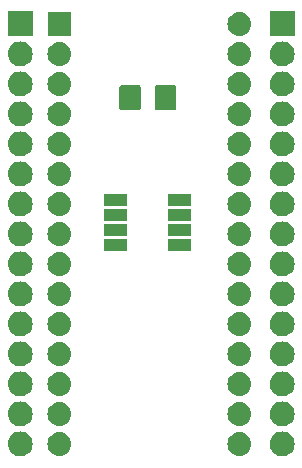
<source format=gbr>
G04 #@! TF.GenerationSoftware,KiCad,Pcbnew,5.0.1-33cea8e~68~ubuntu18.04.1*
G04 #@! TF.CreationDate,2018-11-12T21:08:02+01:00*
G04 #@! TF.ProjectId,ustepper_nano,75737465707065725F6E616E6F2E6B69,rev?*
G04 #@! TF.SameCoordinates,Original*
G04 #@! TF.FileFunction,Soldermask,Bot*
G04 #@! TF.FilePolarity,Negative*
%FSLAX46Y46*%
G04 Gerber Fmt 4.6, Leading zero omitted, Abs format (unit mm)*
G04 Created by KiCad (PCBNEW 5.0.1-33cea8e~68~ubuntu18.04.1) date lun 12 nov 2018 21:08:02 CET*
%MOMM*%
%LPD*%
G01*
G04 APERTURE LIST*
%ADD10C,0.100000*%
G04 APERTURE END LIST*
D10*
G36*
X153711907Y-86905996D02*
X153789036Y-86913593D01*
X153920987Y-86953620D01*
X153986963Y-86973633D01*
X154169372Y-87071133D01*
X154329254Y-87202346D01*
X154460467Y-87362228D01*
X154557967Y-87544637D01*
X154557967Y-87544638D01*
X154618007Y-87742564D01*
X154638280Y-87948400D01*
X154618007Y-88154236D01*
X154577980Y-88286187D01*
X154557967Y-88352163D01*
X154460467Y-88534572D01*
X154329254Y-88694454D01*
X154169372Y-88825667D01*
X153986963Y-88923167D01*
X153920987Y-88943180D01*
X153789036Y-88983207D01*
X153711907Y-88990804D01*
X153634780Y-88998400D01*
X153531620Y-88998400D01*
X153454493Y-88990804D01*
X153377364Y-88983207D01*
X153245413Y-88943180D01*
X153179437Y-88923167D01*
X152997028Y-88825667D01*
X152837146Y-88694454D01*
X152705933Y-88534572D01*
X152608433Y-88352163D01*
X152588420Y-88286187D01*
X152548393Y-88154236D01*
X152528120Y-87948400D01*
X152548393Y-87742564D01*
X152608433Y-87544638D01*
X152608433Y-87544637D01*
X152705933Y-87362228D01*
X152837146Y-87202346D01*
X152997028Y-87071133D01*
X153179437Y-86973633D01*
X153245413Y-86953620D01*
X153377364Y-86913593D01*
X153454493Y-86905996D01*
X153531620Y-86898400D01*
X153634780Y-86898400D01*
X153711907Y-86905996D01*
X153711907Y-86905996D01*
G37*
G36*
X131537707Y-86905996D02*
X131614836Y-86913593D01*
X131746787Y-86953620D01*
X131812763Y-86973633D01*
X131995172Y-87071133D01*
X132155054Y-87202346D01*
X132286267Y-87362228D01*
X132383767Y-87544637D01*
X132383767Y-87544638D01*
X132443807Y-87742564D01*
X132464080Y-87948400D01*
X132443807Y-88154236D01*
X132403780Y-88286187D01*
X132383767Y-88352163D01*
X132286267Y-88534572D01*
X132155054Y-88694454D01*
X131995172Y-88825667D01*
X131812763Y-88923167D01*
X131746787Y-88943180D01*
X131614836Y-88983207D01*
X131537707Y-88990804D01*
X131460580Y-88998400D01*
X131357420Y-88998400D01*
X131280293Y-88990804D01*
X131203164Y-88983207D01*
X131071213Y-88943180D01*
X131005237Y-88923167D01*
X130822828Y-88825667D01*
X130662946Y-88694454D01*
X130531733Y-88534572D01*
X130434233Y-88352163D01*
X130414220Y-88286187D01*
X130374193Y-88154236D01*
X130353920Y-87948400D01*
X130374193Y-87742564D01*
X130434233Y-87544638D01*
X130434233Y-87544637D01*
X130531733Y-87362228D01*
X130662946Y-87202346D01*
X130822828Y-87071133D01*
X131005237Y-86973633D01*
X131071213Y-86953620D01*
X131203164Y-86913593D01*
X131280293Y-86905996D01*
X131357420Y-86898400D01*
X131460580Y-86898400D01*
X131537707Y-86905996D01*
X131537707Y-86905996D01*
G37*
G36*
X150152030Y-86974469D02*
X150152033Y-86974470D01*
X150152034Y-86974470D01*
X150340535Y-87031651D01*
X150340537Y-87031652D01*
X150514260Y-87124509D01*
X150666528Y-87249472D01*
X150791491Y-87401740D01*
X150884348Y-87575463D01*
X150941531Y-87763970D01*
X150960838Y-87960000D01*
X150941531Y-88156030D01*
X150884348Y-88344537D01*
X150791491Y-88518260D01*
X150666528Y-88670528D01*
X150514260Y-88795491D01*
X150514258Y-88795492D01*
X150340535Y-88888349D01*
X150152034Y-88945530D01*
X150152033Y-88945530D01*
X150152030Y-88945531D01*
X150005124Y-88960000D01*
X149906876Y-88960000D01*
X149759970Y-88945531D01*
X149759967Y-88945530D01*
X149759966Y-88945530D01*
X149571465Y-88888349D01*
X149397742Y-88795492D01*
X149397740Y-88795491D01*
X149245472Y-88670528D01*
X149120509Y-88518260D01*
X149027652Y-88344537D01*
X148970469Y-88156030D01*
X148951162Y-87960000D01*
X148970469Y-87763970D01*
X149027652Y-87575463D01*
X149120509Y-87401740D01*
X149245472Y-87249472D01*
X149397740Y-87124509D01*
X149571463Y-87031652D01*
X149571465Y-87031651D01*
X149759966Y-86974470D01*
X149759967Y-86974470D01*
X149759970Y-86974469D01*
X149906876Y-86960000D01*
X150005124Y-86960000D01*
X150152030Y-86974469D01*
X150152030Y-86974469D01*
G37*
G36*
X134912030Y-86974469D02*
X134912033Y-86974470D01*
X134912034Y-86974470D01*
X135100535Y-87031651D01*
X135100537Y-87031652D01*
X135274260Y-87124509D01*
X135426528Y-87249472D01*
X135551491Y-87401740D01*
X135644348Y-87575463D01*
X135701531Y-87763970D01*
X135720838Y-87960000D01*
X135701531Y-88156030D01*
X135644348Y-88344537D01*
X135551491Y-88518260D01*
X135426528Y-88670528D01*
X135274260Y-88795491D01*
X135274258Y-88795492D01*
X135100535Y-88888349D01*
X134912034Y-88945530D01*
X134912033Y-88945530D01*
X134912030Y-88945531D01*
X134765124Y-88960000D01*
X134666876Y-88960000D01*
X134519970Y-88945531D01*
X134519967Y-88945530D01*
X134519966Y-88945530D01*
X134331465Y-88888349D01*
X134157742Y-88795492D01*
X134157740Y-88795491D01*
X134005472Y-88670528D01*
X133880509Y-88518260D01*
X133787652Y-88344537D01*
X133730469Y-88156030D01*
X133711162Y-87960000D01*
X133730469Y-87763970D01*
X133787652Y-87575463D01*
X133880509Y-87401740D01*
X134005472Y-87249472D01*
X134157740Y-87124509D01*
X134331463Y-87031652D01*
X134331465Y-87031651D01*
X134519966Y-86974470D01*
X134519967Y-86974470D01*
X134519970Y-86974469D01*
X134666876Y-86960000D01*
X134765124Y-86960000D01*
X134912030Y-86974469D01*
X134912030Y-86974469D01*
G37*
G36*
X131537707Y-84365996D02*
X131614836Y-84373593D01*
X131746787Y-84413620D01*
X131812763Y-84433633D01*
X131995172Y-84531133D01*
X132155054Y-84662346D01*
X132286267Y-84822228D01*
X132383767Y-85004637D01*
X132383767Y-85004638D01*
X132443807Y-85202564D01*
X132464080Y-85408400D01*
X132443807Y-85614236D01*
X132403780Y-85746187D01*
X132383767Y-85812163D01*
X132286267Y-85994572D01*
X132155054Y-86154454D01*
X131995172Y-86285667D01*
X131812763Y-86383167D01*
X131746787Y-86403180D01*
X131614836Y-86443207D01*
X131537707Y-86450804D01*
X131460580Y-86458400D01*
X131357420Y-86458400D01*
X131280293Y-86450804D01*
X131203164Y-86443207D01*
X131071213Y-86403180D01*
X131005237Y-86383167D01*
X130822828Y-86285667D01*
X130662946Y-86154454D01*
X130531733Y-85994572D01*
X130434233Y-85812163D01*
X130414220Y-85746187D01*
X130374193Y-85614236D01*
X130353920Y-85408400D01*
X130374193Y-85202564D01*
X130434233Y-85004638D01*
X130434233Y-85004637D01*
X130531733Y-84822228D01*
X130662946Y-84662346D01*
X130822828Y-84531133D01*
X131005237Y-84433633D01*
X131071213Y-84413620D01*
X131203164Y-84373593D01*
X131280293Y-84365996D01*
X131357420Y-84358400D01*
X131460580Y-84358400D01*
X131537707Y-84365996D01*
X131537707Y-84365996D01*
G37*
G36*
X153711907Y-84365996D02*
X153789036Y-84373593D01*
X153920987Y-84413620D01*
X153986963Y-84433633D01*
X154169372Y-84531133D01*
X154329254Y-84662346D01*
X154460467Y-84822228D01*
X154557967Y-85004637D01*
X154557967Y-85004638D01*
X154618007Y-85202564D01*
X154638280Y-85408400D01*
X154618007Y-85614236D01*
X154577980Y-85746187D01*
X154557967Y-85812163D01*
X154460467Y-85994572D01*
X154329254Y-86154454D01*
X154169372Y-86285667D01*
X153986963Y-86383167D01*
X153920987Y-86403180D01*
X153789036Y-86443207D01*
X153711907Y-86450804D01*
X153634780Y-86458400D01*
X153531620Y-86458400D01*
X153454493Y-86450804D01*
X153377364Y-86443207D01*
X153245413Y-86403180D01*
X153179437Y-86383167D01*
X152997028Y-86285667D01*
X152837146Y-86154454D01*
X152705933Y-85994572D01*
X152608433Y-85812163D01*
X152588420Y-85746187D01*
X152548393Y-85614236D01*
X152528120Y-85408400D01*
X152548393Y-85202564D01*
X152608433Y-85004638D01*
X152608433Y-85004637D01*
X152705933Y-84822228D01*
X152837146Y-84662346D01*
X152997028Y-84531133D01*
X153179437Y-84433633D01*
X153245413Y-84413620D01*
X153377364Y-84373593D01*
X153454493Y-84365996D01*
X153531620Y-84358400D01*
X153634780Y-84358400D01*
X153711907Y-84365996D01*
X153711907Y-84365996D01*
G37*
G36*
X150152030Y-84434469D02*
X150152033Y-84434470D01*
X150152034Y-84434470D01*
X150340535Y-84491651D01*
X150340537Y-84491652D01*
X150514260Y-84584509D01*
X150666528Y-84709472D01*
X150791491Y-84861740D01*
X150884348Y-85035463D01*
X150941531Y-85223970D01*
X150960838Y-85420000D01*
X150941531Y-85616030D01*
X150884348Y-85804537D01*
X150791491Y-85978260D01*
X150666528Y-86130528D01*
X150514260Y-86255491D01*
X150514258Y-86255492D01*
X150340535Y-86348349D01*
X150152034Y-86405530D01*
X150152033Y-86405530D01*
X150152030Y-86405531D01*
X150005124Y-86420000D01*
X149906876Y-86420000D01*
X149759970Y-86405531D01*
X149759967Y-86405530D01*
X149759966Y-86405530D01*
X149571465Y-86348349D01*
X149397742Y-86255492D01*
X149397740Y-86255491D01*
X149245472Y-86130528D01*
X149120509Y-85978260D01*
X149027652Y-85804537D01*
X148970469Y-85616030D01*
X148951162Y-85420000D01*
X148970469Y-85223970D01*
X149027652Y-85035463D01*
X149120509Y-84861740D01*
X149245472Y-84709472D01*
X149397740Y-84584509D01*
X149571463Y-84491652D01*
X149571465Y-84491651D01*
X149759966Y-84434470D01*
X149759967Y-84434470D01*
X149759970Y-84434469D01*
X149906876Y-84420000D01*
X150005124Y-84420000D01*
X150152030Y-84434469D01*
X150152030Y-84434469D01*
G37*
G36*
X134912030Y-84434469D02*
X134912033Y-84434470D01*
X134912034Y-84434470D01*
X135100535Y-84491651D01*
X135100537Y-84491652D01*
X135274260Y-84584509D01*
X135426528Y-84709472D01*
X135551491Y-84861740D01*
X135644348Y-85035463D01*
X135701531Y-85223970D01*
X135720838Y-85420000D01*
X135701531Y-85616030D01*
X135644348Y-85804537D01*
X135551491Y-85978260D01*
X135426528Y-86130528D01*
X135274260Y-86255491D01*
X135274258Y-86255492D01*
X135100535Y-86348349D01*
X134912034Y-86405530D01*
X134912033Y-86405530D01*
X134912030Y-86405531D01*
X134765124Y-86420000D01*
X134666876Y-86420000D01*
X134519970Y-86405531D01*
X134519967Y-86405530D01*
X134519966Y-86405530D01*
X134331465Y-86348349D01*
X134157742Y-86255492D01*
X134157740Y-86255491D01*
X134005472Y-86130528D01*
X133880509Y-85978260D01*
X133787652Y-85804537D01*
X133730469Y-85616030D01*
X133711162Y-85420000D01*
X133730469Y-85223970D01*
X133787652Y-85035463D01*
X133880509Y-84861740D01*
X134005472Y-84709472D01*
X134157740Y-84584509D01*
X134331463Y-84491652D01*
X134331465Y-84491651D01*
X134519966Y-84434470D01*
X134519967Y-84434470D01*
X134519970Y-84434469D01*
X134666876Y-84420000D01*
X134765124Y-84420000D01*
X134912030Y-84434469D01*
X134912030Y-84434469D01*
G37*
G36*
X153711907Y-81825996D02*
X153789036Y-81833593D01*
X153920987Y-81873620D01*
X153986963Y-81893633D01*
X154169372Y-81991133D01*
X154329254Y-82122346D01*
X154460467Y-82282228D01*
X154557967Y-82464637D01*
X154557967Y-82464638D01*
X154618007Y-82662564D01*
X154638280Y-82868400D01*
X154618007Y-83074236D01*
X154577980Y-83206187D01*
X154557967Y-83272163D01*
X154460467Y-83454572D01*
X154329254Y-83614454D01*
X154169372Y-83745667D01*
X153986963Y-83843167D01*
X153920987Y-83863180D01*
X153789036Y-83903207D01*
X153711907Y-83910803D01*
X153634780Y-83918400D01*
X153531620Y-83918400D01*
X153454493Y-83910803D01*
X153377364Y-83903207D01*
X153245413Y-83863180D01*
X153179437Y-83843167D01*
X152997028Y-83745667D01*
X152837146Y-83614454D01*
X152705933Y-83454572D01*
X152608433Y-83272163D01*
X152588420Y-83206187D01*
X152548393Y-83074236D01*
X152528120Y-82868400D01*
X152548393Y-82662564D01*
X152608433Y-82464638D01*
X152608433Y-82464637D01*
X152705933Y-82282228D01*
X152837146Y-82122346D01*
X152997028Y-81991133D01*
X153179437Y-81893633D01*
X153245413Y-81873620D01*
X153377364Y-81833593D01*
X153454493Y-81825996D01*
X153531620Y-81818400D01*
X153634780Y-81818400D01*
X153711907Y-81825996D01*
X153711907Y-81825996D01*
G37*
G36*
X131537707Y-81825996D02*
X131614836Y-81833593D01*
X131746787Y-81873620D01*
X131812763Y-81893633D01*
X131995172Y-81991133D01*
X132155054Y-82122346D01*
X132286267Y-82282228D01*
X132383767Y-82464637D01*
X132383767Y-82464638D01*
X132443807Y-82662564D01*
X132464080Y-82868400D01*
X132443807Y-83074236D01*
X132403780Y-83206187D01*
X132383767Y-83272163D01*
X132286267Y-83454572D01*
X132155054Y-83614454D01*
X131995172Y-83745667D01*
X131812763Y-83843167D01*
X131746787Y-83863180D01*
X131614836Y-83903207D01*
X131537707Y-83910803D01*
X131460580Y-83918400D01*
X131357420Y-83918400D01*
X131280293Y-83910803D01*
X131203164Y-83903207D01*
X131071213Y-83863180D01*
X131005237Y-83843167D01*
X130822828Y-83745667D01*
X130662946Y-83614454D01*
X130531733Y-83454572D01*
X130434233Y-83272163D01*
X130414220Y-83206187D01*
X130374193Y-83074236D01*
X130353920Y-82868400D01*
X130374193Y-82662564D01*
X130434233Y-82464638D01*
X130434233Y-82464637D01*
X130531733Y-82282228D01*
X130662946Y-82122346D01*
X130822828Y-81991133D01*
X131005237Y-81893633D01*
X131071213Y-81873620D01*
X131203164Y-81833593D01*
X131280293Y-81825996D01*
X131357420Y-81818400D01*
X131460580Y-81818400D01*
X131537707Y-81825996D01*
X131537707Y-81825996D01*
G37*
G36*
X134912030Y-81894469D02*
X134912033Y-81894470D01*
X134912034Y-81894470D01*
X135100535Y-81951651D01*
X135100537Y-81951652D01*
X135274260Y-82044509D01*
X135426528Y-82169472D01*
X135551491Y-82321740D01*
X135644348Y-82495463D01*
X135701531Y-82683970D01*
X135720838Y-82880000D01*
X135701531Y-83076030D01*
X135644348Y-83264537D01*
X135551491Y-83438260D01*
X135426528Y-83590528D01*
X135274260Y-83715491D01*
X135274258Y-83715492D01*
X135100535Y-83808349D01*
X134912034Y-83865530D01*
X134912033Y-83865530D01*
X134912030Y-83865531D01*
X134765124Y-83880000D01*
X134666876Y-83880000D01*
X134519970Y-83865531D01*
X134519967Y-83865530D01*
X134519966Y-83865530D01*
X134331465Y-83808349D01*
X134157742Y-83715492D01*
X134157740Y-83715491D01*
X134005472Y-83590528D01*
X133880509Y-83438260D01*
X133787652Y-83264537D01*
X133730469Y-83076030D01*
X133711162Y-82880000D01*
X133730469Y-82683970D01*
X133787652Y-82495463D01*
X133880509Y-82321740D01*
X134005472Y-82169472D01*
X134157740Y-82044509D01*
X134331463Y-81951652D01*
X134331465Y-81951651D01*
X134519966Y-81894470D01*
X134519967Y-81894470D01*
X134519970Y-81894469D01*
X134666876Y-81880000D01*
X134765124Y-81880000D01*
X134912030Y-81894469D01*
X134912030Y-81894469D01*
G37*
G36*
X150152030Y-81894469D02*
X150152033Y-81894470D01*
X150152034Y-81894470D01*
X150340535Y-81951651D01*
X150340537Y-81951652D01*
X150514260Y-82044509D01*
X150666528Y-82169472D01*
X150791491Y-82321740D01*
X150884348Y-82495463D01*
X150941531Y-82683970D01*
X150960838Y-82880000D01*
X150941531Y-83076030D01*
X150884348Y-83264537D01*
X150791491Y-83438260D01*
X150666528Y-83590528D01*
X150514260Y-83715491D01*
X150514258Y-83715492D01*
X150340535Y-83808349D01*
X150152034Y-83865530D01*
X150152033Y-83865530D01*
X150152030Y-83865531D01*
X150005124Y-83880000D01*
X149906876Y-83880000D01*
X149759970Y-83865531D01*
X149759967Y-83865530D01*
X149759966Y-83865530D01*
X149571465Y-83808349D01*
X149397742Y-83715492D01*
X149397740Y-83715491D01*
X149245472Y-83590528D01*
X149120509Y-83438260D01*
X149027652Y-83264537D01*
X148970469Y-83076030D01*
X148951162Y-82880000D01*
X148970469Y-82683970D01*
X149027652Y-82495463D01*
X149120509Y-82321740D01*
X149245472Y-82169472D01*
X149397740Y-82044509D01*
X149571463Y-81951652D01*
X149571465Y-81951651D01*
X149759966Y-81894470D01*
X149759967Y-81894470D01*
X149759970Y-81894469D01*
X149906876Y-81880000D01*
X150005124Y-81880000D01*
X150152030Y-81894469D01*
X150152030Y-81894469D01*
G37*
G36*
X153711907Y-79285996D02*
X153789036Y-79293593D01*
X153920987Y-79333620D01*
X153986963Y-79353633D01*
X154169372Y-79451133D01*
X154329254Y-79582346D01*
X154460467Y-79742228D01*
X154557967Y-79924637D01*
X154557967Y-79924638D01*
X154618007Y-80122564D01*
X154638280Y-80328400D01*
X154618007Y-80534236D01*
X154577980Y-80666187D01*
X154557967Y-80732163D01*
X154460467Y-80914572D01*
X154329254Y-81074454D01*
X154169372Y-81205667D01*
X153986963Y-81303167D01*
X153920987Y-81323180D01*
X153789036Y-81363207D01*
X153711907Y-81370803D01*
X153634780Y-81378400D01*
X153531620Y-81378400D01*
X153454493Y-81370803D01*
X153377364Y-81363207D01*
X153245413Y-81323180D01*
X153179437Y-81303167D01*
X152997028Y-81205667D01*
X152837146Y-81074454D01*
X152705933Y-80914572D01*
X152608433Y-80732163D01*
X152588420Y-80666187D01*
X152548393Y-80534236D01*
X152528120Y-80328400D01*
X152548393Y-80122564D01*
X152608433Y-79924638D01*
X152608433Y-79924637D01*
X152705933Y-79742228D01*
X152837146Y-79582346D01*
X152997028Y-79451133D01*
X153179437Y-79353633D01*
X153245413Y-79333620D01*
X153377364Y-79293593D01*
X153454493Y-79285996D01*
X153531620Y-79278400D01*
X153634780Y-79278400D01*
X153711907Y-79285996D01*
X153711907Y-79285996D01*
G37*
G36*
X131537707Y-79285996D02*
X131614836Y-79293593D01*
X131746787Y-79333620D01*
X131812763Y-79353633D01*
X131995172Y-79451133D01*
X132155054Y-79582346D01*
X132286267Y-79742228D01*
X132383767Y-79924637D01*
X132383767Y-79924638D01*
X132443807Y-80122564D01*
X132464080Y-80328400D01*
X132443807Y-80534236D01*
X132403780Y-80666187D01*
X132383767Y-80732163D01*
X132286267Y-80914572D01*
X132155054Y-81074454D01*
X131995172Y-81205667D01*
X131812763Y-81303167D01*
X131746787Y-81323180D01*
X131614836Y-81363207D01*
X131537707Y-81370803D01*
X131460580Y-81378400D01*
X131357420Y-81378400D01*
X131280293Y-81370803D01*
X131203164Y-81363207D01*
X131071213Y-81323180D01*
X131005237Y-81303167D01*
X130822828Y-81205667D01*
X130662946Y-81074454D01*
X130531733Y-80914572D01*
X130434233Y-80732163D01*
X130414220Y-80666187D01*
X130374193Y-80534236D01*
X130353920Y-80328400D01*
X130374193Y-80122564D01*
X130434233Y-79924638D01*
X130434233Y-79924637D01*
X130531733Y-79742228D01*
X130662946Y-79582346D01*
X130822828Y-79451133D01*
X131005237Y-79353633D01*
X131071213Y-79333620D01*
X131203164Y-79293593D01*
X131280293Y-79285996D01*
X131357420Y-79278400D01*
X131460580Y-79278400D01*
X131537707Y-79285996D01*
X131537707Y-79285996D01*
G37*
G36*
X134912030Y-79354469D02*
X134912033Y-79354470D01*
X134912034Y-79354470D01*
X135100535Y-79411651D01*
X135100537Y-79411652D01*
X135274260Y-79504509D01*
X135426528Y-79629472D01*
X135551491Y-79781740D01*
X135644348Y-79955463D01*
X135701531Y-80143970D01*
X135720838Y-80340000D01*
X135701531Y-80536030D01*
X135644348Y-80724537D01*
X135551491Y-80898260D01*
X135426528Y-81050528D01*
X135274260Y-81175491D01*
X135274258Y-81175492D01*
X135100535Y-81268349D01*
X134912034Y-81325530D01*
X134912033Y-81325530D01*
X134912030Y-81325531D01*
X134765124Y-81340000D01*
X134666876Y-81340000D01*
X134519970Y-81325531D01*
X134519967Y-81325530D01*
X134519966Y-81325530D01*
X134331465Y-81268349D01*
X134157742Y-81175492D01*
X134157740Y-81175491D01*
X134005472Y-81050528D01*
X133880509Y-80898260D01*
X133787652Y-80724537D01*
X133730469Y-80536030D01*
X133711162Y-80340000D01*
X133730469Y-80143970D01*
X133787652Y-79955463D01*
X133880509Y-79781740D01*
X134005472Y-79629472D01*
X134157740Y-79504509D01*
X134331463Y-79411652D01*
X134331465Y-79411651D01*
X134519966Y-79354470D01*
X134519967Y-79354470D01*
X134519970Y-79354469D01*
X134666876Y-79340000D01*
X134765124Y-79340000D01*
X134912030Y-79354469D01*
X134912030Y-79354469D01*
G37*
G36*
X150152030Y-79354469D02*
X150152033Y-79354470D01*
X150152034Y-79354470D01*
X150340535Y-79411651D01*
X150340537Y-79411652D01*
X150514260Y-79504509D01*
X150666528Y-79629472D01*
X150791491Y-79781740D01*
X150884348Y-79955463D01*
X150941531Y-80143970D01*
X150960838Y-80340000D01*
X150941531Y-80536030D01*
X150884348Y-80724537D01*
X150791491Y-80898260D01*
X150666528Y-81050528D01*
X150514260Y-81175491D01*
X150514258Y-81175492D01*
X150340535Y-81268349D01*
X150152034Y-81325530D01*
X150152033Y-81325530D01*
X150152030Y-81325531D01*
X150005124Y-81340000D01*
X149906876Y-81340000D01*
X149759970Y-81325531D01*
X149759967Y-81325530D01*
X149759966Y-81325530D01*
X149571465Y-81268349D01*
X149397742Y-81175492D01*
X149397740Y-81175491D01*
X149245472Y-81050528D01*
X149120509Y-80898260D01*
X149027652Y-80724537D01*
X148970469Y-80536030D01*
X148951162Y-80340000D01*
X148970469Y-80143970D01*
X149027652Y-79955463D01*
X149120509Y-79781740D01*
X149245472Y-79629472D01*
X149397740Y-79504509D01*
X149571463Y-79411652D01*
X149571465Y-79411651D01*
X149759966Y-79354470D01*
X149759967Y-79354470D01*
X149759970Y-79354469D01*
X149906876Y-79340000D01*
X150005124Y-79340000D01*
X150152030Y-79354469D01*
X150152030Y-79354469D01*
G37*
G36*
X153711907Y-76745996D02*
X153789036Y-76753593D01*
X153920987Y-76793620D01*
X153986963Y-76813633D01*
X154169372Y-76911133D01*
X154329254Y-77042346D01*
X154460467Y-77202228D01*
X154557967Y-77384637D01*
X154557967Y-77384638D01*
X154618007Y-77582564D01*
X154638280Y-77788400D01*
X154618007Y-77994236D01*
X154577980Y-78126187D01*
X154557967Y-78192163D01*
X154460467Y-78374572D01*
X154329254Y-78534454D01*
X154169372Y-78665667D01*
X153986963Y-78763167D01*
X153920987Y-78783180D01*
X153789036Y-78823207D01*
X153711907Y-78830803D01*
X153634780Y-78838400D01*
X153531620Y-78838400D01*
X153454493Y-78830803D01*
X153377364Y-78823207D01*
X153245413Y-78783180D01*
X153179437Y-78763167D01*
X152997028Y-78665667D01*
X152837146Y-78534454D01*
X152705933Y-78374572D01*
X152608433Y-78192163D01*
X152588420Y-78126187D01*
X152548393Y-77994236D01*
X152528120Y-77788400D01*
X152548393Y-77582564D01*
X152608433Y-77384638D01*
X152608433Y-77384637D01*
X152705933Y-77202228D01*
X152837146Y-77042346D01*
X152997028Y-76911133D01*
X153179437Y-76813633D01*
X153245413Y-76793620D01*
X153377364Y-76753593D01*
X153454493Y-76745996D01*
X153531620Y-76738400D01*
X153634780Y-76738400D01*
X153711907Y-76745996D01*
X153711907Y-76745996D01*
G37*
G36*
X131537707Y-76745996D02*
X131614836Y-76753593D01*
X131746787Y-76793620D01*
X131812763Y-76813633D01*
X131995172Y-76911133D01*
X132155054Y-77042346D01*
X132286267Y-77202228D01*
X132383767Y-77384637D01*
X132383767Y-77384638D01*
X132443807Y-77582564D01*
X132464080Y-77788400D01*
X132443807Y-77994236D01*
X132403780Y-78126187D01*
X132383767Y-78192163D01*
X132286267Y-78374572D01*
X132155054Y-78534454D01*
X131995172Y-78665667D01*
X131812763Y-78763167D01*
X131746787Y-78783180D01*
X131614836Y-78823207D01*
X131537707Y-78830803D01*
X131460580Y-78838400D01*
X131357420Y-78838400D01*
X131280293Y-78830803D01*
X131203164Y-78823207D01*
X131071213Y-78783180D01*
X131005237Y-78763167D01*
X130822828Y-78665667D01*
X130662946Y-78534454D01*
X130531733Y-78374572D01*
X130434233Y-78192163D01*
X130414220Y-78126187D01*
X130374193Y-77994236D01*
X130353920Y-77788400D01*
X130374193Y-77582564D01*
X130434233Y-77384638D01*
X130434233Y-77384637D01*
X130531733Y-77202228D01*
X130662946Y-77042346D01*
X130822828Y-76911133D01*
X131005237Y-76813633D01*
X131071213Y-76793620D01*
X131203164Y-76753593D01*
X131280293Y-76745996D01*
X131357420Y-76738400D01*
X131460580Y-76738400D01*
X131537707Y-76745996D01*
X131537707Y-76745996D01*
G37*
G36*
X134912030Y-76814469D02*
X134912033Y-76814470D01*
X134912034Y-76814470D01*
X135100535Y-76871651D01*
X135100537Y-76871652D01*
X135274260Y-76964509D01*
X135426528Y-77089472D01*
X135551491Y-77241740D01*
X135644348Y-77415463D01*
X135701531Y-77603970D01*
X135720838Y-77800000D01*
X135701531Y-77996030D01*
X135644348Y-78184537D01*
X135551491Y-78358260D01*
X135426528Y-78510528D01*
X135274260Y-78635491D01*
X135274258Y-78635492D01*
X135100535Y-78728349D01*
X134912034Y-78785530D01*
X134912033Y-78785530D01*
X134912030Y-78785531D01*
X134765124Y-78800000D01*
X134666876Y-78800000D01*
X134519970Y-78785531D01*
X134519967Y-78785530D01*
X134519966Y-78785530D01*
X134331465Y-78728349D01*
X134157742Y-78635492D01*
X134157740Y-78635491D01*
X134005472Y-78510528D01*
X133880509Y-78358260D01*
X133787652Y-78184537D01*
X133730469Y-77996030D01*
X133711162Y-77800000D01*
X133730469Y-77603970D01*
X133787652Y-77415463D01*
X133880509Y-77241740D01*
X134005472Y-77089472D01*
X134157740Y-76964509D01*
X134331463Y-76871652D01*
X134331465Y-76871651D01*
X134519966Y-76814470D01*
X134519967Y-76814470D01*
X134519970Y-76814469D01*
X134666876Y-76800000D01*
X134765124Y-76800000D01*
X134912030Y-76814469D01*
X134912030Y-76814469D01*
G37*
G36*
X150152030Y-76814469D02*
X150152033Y-76814470D01*
X150152034Y-76814470D01*
X150340535Y-76871651D01*
X150340537Y-76871652D01*
X150514260Y-76964509D01*
X150666528Y-77089472D01*
X150791491Y-77241740D01*
X150884348Y-77415463D01*
X150941531Y-77603970D01*
X150960838Y-77800000D01*
X150941531Y-77996030D01*
X150884348Y-78184537D01*
X150791491Y-78358260D01*
X150666528Y-78510528D01*
X150514260Y-78635491D01*
X150514258Y-78635492D01*
X150340535Y-78728349D01*
X150152034Y-78785530D01*
X150152033Y-78785530D01*
X150152030Y-78785531D01*
X150005124Y-78800000D01*
X149906876Y-78800000D01*
X149759970Y-78785531D01*
X149759967Y-78785530D01*
X149759966Y-78785530D01*
X149571465Y-78728349D01*
X149397742Y-78635492D01*
X149397740Y-78635491D01*
X149245472Y-78510528D01*
X149120509Y-78358260D01*
X149027652Y-78184537D01*
X148970469Y-77996030D01*
X148951162Y-77800000D01*
X148970469Y-77603970D01*
X149027652Y-77415463D01*
X149120509Y-77241740D01*
X149245472Y-77089472D01*
X149397740Y-76964509D01*
X149571463Y-76871652D01*
X149571465Y-76871651D01*
X149759966Y-76814470D01*
X149759967Y-76814470D01*
X149759970Y-76814469D01*
X149906876Y-76800000D01*
X150005124Y-76800000D01*
X150152030Y-76814469D01*
X150152030Y-76814469D01*
G37*
G36*
X131537707Y-74205997D02*
X131614836Y-74213593D01*
X131746787Y-74253620D01*
X131812763Y-74273633D01*
X131995172Y-74371133D01*
X132155054Y-74502346D01*
X132286267Y-74662228D01*
X132383767Y-74844637D01*
X132383767Y-74844638D01*
X132443807Y-75042564D01*
X132464080Y-75248400D01*
X132443807Y-75454236D01*
X132403780Y-75586187D01*
X132383767Y-75652163D01*
X132286267Y-75834572D01*
X132155054Y-75994454D01*
X131995172Y-76125667D01*
X131812763Y-76223167D01*
X131746787Y-76243180D01*
X131614836Y-76283207D01*
X131537707Y-76290803D01*
X131460580Y-76298400D01*
X131357420Y-76298400D01*
X131280293Y-76290803D01*
X131203164Y-76283207D01*
X131071213Y-76243180D01*
X131005237Y-76223167D01*
X130822828Y-76125667D01*
X130662946Y-75994454D01*
X130531733Y-75834572D01*
X130434233Y-75652163D01*
X130414220Y-75586187D01*
X130374193Y-75454236D01*
X130353920Y-75248400D01*
X130374193Y-75042564D01*
X130434233Y-74844638D01*
X130434233Y-74844637D01*
X130531733Y-74662228D01*
X130662946Y-74502346D01*
X130822828Y-74371133D01*
X131005237Y-74273633D01*
X131071213Y-74253620D01*
X131203164Y-74213593D01*
X131280293Y-74205997D01*
X131357420Y-74198400D01*
X131460580Y-74198400D01*
X131537707Y-74205997D01*
X131537707Y-74205997D01*
G37*
G36*
X153711907Y-74205997D02*
X153789036Y-74213593D01*
X153920987Y-74253620D01*
X153986963Y-74273633D01*
X154169372Y-74371133D01*
X154329254Y-74502346D01*
X154460467Y-74662228D01*
X154557967Y-74844637D01*
X154557967Y-74844638D01*
X154618007Y-75042564D01*
X154638280Y-75248400D01*
X154618007Y-75454236D01*
X154577980Y-75586187D01*
X154557967Y-75652163D01*
X154460467Y-75834572D01*
X154329254Y-75994454D01*
X154169372Y-76125667D01*
X153986963Y-76223167D01*
X153920987Y-76243180D01*
X153789036Y-76283207D01*
X153711907Y-76290803D01*
X153634780Y-76298400D01*
X153531620Y-76298400D01*
X153454493Y-76290803D01*
X153377364Y-76283207D01*
X153245413Y-76243180D01*
X153179437Y-76223167D01*
X152997028Y-76125667D01*
X152837146Y-75994454D01*
X152705933Y-75834572D01*
X152608433Y-75652163D01*
X152588420Y-75586187D01*
X152548393Y-75454236D01*
X152528120Y-75248400D01*
X152548393Y-75042564D01*
X152608433Y-74844638D01*
X152608433Y-74844637D01*
X152705933Y-74662228D01*
X152837146Y-74502346D01*
X152997028Y-74371133D01*
X153179437Y-74273633D01*
X153245413Y-74253620D01*
X153377364Y-74213593D01*
X153454493Y-74205997D01*
X153531620Y-74198400D01*
X153634780Y-74198400D01*
X153711907Y-74205997D01*
X153711907Y-74205997D01*
G37*
G36*
X134912030Y-74274469D02*
X134912033Y-74274470D01*
X134912034Y-74274470D01*
X135100535Y-74331651D01*
X135100537Y-74331652D01*
X135274260Y-74424509D01*
X135426528Y-74549472D01*
X135551491Y-74701740D01*
X135644348Y-74875463D01*
X135701531Y-75063970D01*
X135720838Y-75260000D01*
X135701531Y-75456030D01*
X135644348Y-75644537D01*
X135551491Y-75818260D01*
X135426528Y-75970528D01*
X135274260Y-76095491D01*
X135274258Y-76095492D01*
X135100535Y-76188349D01*
X134912034Y-76245530D01*
X134912033Y-76245530D01*
X134912030Y-76245531D01*
X134765124Y-76260000D01*
X134666876Y-76260000D01*
X134519970Y-76245531D01*
X134519967Y-76245530D01*
X134519966Y-76245530D01*
X134331465Y-76188349D01*
X134157742Y-76095492D01*
X134157740Y-76095491D01*
X134005472Y-75970528D01*
X133880509Y-75818260D01*
X133787652Y-75644537D01*
X133730469Y-75456030D01*
X133711162Y-75260000D01*
X133730469Y-75063970D01*
X133787652Y-74875463D01*
X133880509Y-74701740D01*
X134005472Y-74549472D01*
X134157740Y-74424509D01*
X134331463Y-74331652D01*
X134331465Y-74331651D01*
X134519966Y-74274470D01*
X134519967Y-74274470D01*
X134519970Y-74274469D01*
X134666876Y-74260000D01*
X134765124Y-74260000D01*
X134912030Y-74274469D01*
X134912030Y-74274469D01*
G37*
G36*
X150152030Y-74274469D02*
X150152033Y-74274470D01*
X150152034Y-74274470D01*
X150340535Y-74331651D01*
X150340537Y-74331652D01*
X150514260Y-74424509D01*
X150666528Y-74549472D01*
X150791491Y-74701740D01*
X150884348Y-74875463D01*
X150941531Y-75063970D01*
X150960838Y-75260000D01*
X150941531Y-75456030D01*
X150884348Y-75644537D01*
X150791491Y-75818260D01*
X150666528Y-75970528D01*
X150514260Y-76095491D01*
X150514258Y-76095492D01*
X150340535Y-76188349D01*
X150152034Y-76245530D01*
X150152033Y-76245530D01*
X150152030Y-76245531D01*
X150005124Y-76260000D01*
X149906876Y-76260000D01*
X149759970Y-76245531D01*
X149759967Y-76245530D01*
X149759966Y-76245530D01*
X149571465Y-76188349D01*
X149397742Y-76095492D01*
X149397740Y-76095491D01*
X149245472Y-75970528D01*
X149120509Y-75818260D01*
X149027652Y-75644537D01*
X148970469Y-75456030D01*
X148951162Y-75260000D01*
X148970469Y-75063970D01*
X149027652Y-74875463D01*
X149120509Y-74701740D01*
X149245472Y-74549472D01*
X149397740Y-74424509D01*
X149571463Y-74331652D01*
X149571465Y-74331651D01*
X149759966Y-74274470D01*
X149759967Y-74274470D01*
X149759970Y-74274469D01*
X149906876Y-74260000D01*
X150005124Y-74260000D01*
X150152030Y-74274469D01*
X150152030Y-74274469D01*
G37*
G36*
X131537707Y-71665996D02*
X131614836Y-71673593D01*
X131746787Y-71713620D01*
X131812763Y-71733633D01*
X131995172Y-71831133D01*
X132155054Y-71962346D01*
X132286267Y-72122228D01*
X132383767Y-72304637D01*
X132383767Y-72304638D01*
X132443807Y-72502564D01*
X132464080Y-72708400D01*
X132443807Y-72914236D01*
X132403780Y-73046187D01*
X132383767Y-73112163D01*
X132286267Y-73294572D01*
X132155054Y-73454454D01*
X131995172Y-73585667D01*
X131812763Y-73683167D01*
X131746787Y-73703180D01*
X131614836Y-73743207D01*
X131537707Y-73750803D01*
X131460580Y-73758400D01*
X131357420Y-73758400D01*
X131280293Y-73750803D01*
X131203164Y-73743207D01*
X131071213Y-73703180D01*
X131005237Y-73683167D01*
X130822828Y-73585667D01*
X130662946Y-73454454D01*
X130531733Y-73294572D01*
X130434233Y-73112163D01*
X130414220Y-73046187D01*
X130374193Y-72914236D01*
X130353920Y-72708400D01*
X130374193Y-72502564D01*
X130434233Y-72304638D01*
X130434233Y-72304637D01*
X130531733Y-72122228D01*
X130662946Y-71962346D01*
X130822828Y-71831133D01*
X131005237Y-71733633D01*
X131071213Y-71713620D01*
X131203164Y-71673593D01*
X131280293Y-71665996D01*
X131357420Y-71658400D01*
X131460580Y-71658400D01*
X131537707Y-71665996D01*
X131537707Y-71665996D01*
G37*
G36*
X153711907Y-71665996D02*
X153789036Y-71673593D01*
X153920987Y-71713620D01*
X153986963Y-71733633D01*
X154169372Y-71831133D01*
X154329254Y-71962346D01*
X154460467Y-72122228D01*
X154557967Y-72304637D01*
X154557967Y-72304638D01*
X154618007Y-72502564D01*
X154638280Y-72708400D01*
X154618007Y-72914236D01*
X154577980Y-73046187D01*
X154557967Y-73112163D01*
X154460467Y-73294572D01*
X154329254Y-73454454D01*
X154169372Y-73585667D01*
X153986963Y-73683167D01*
X153920987Y-73703180D01*
X153789036Y-73743207D01*
X153711907Y-73750803D01*
X153634780Y-73758400D01*
X153531620Y-73758400D01*
X153454493Y-73750803D01*
X153377364Y-73743207D01*
X153245413Y-73703180D01*
X153179437Y-73683167D01*
X152997028Y-73585667D01*
X152837146Y-73454454D01*
X152705933Y-73294572D01*
X152608433Y-73112163D01*
X152588420Y-73046187D01*
X152548393Y-72914236D01*
X152528120Y-72708400D01*
X152548393Y-72502564D01*
X152608433Y-72304638D01*
X152608433Y-72304637D01*
X152705933Y-72122228D01*
X152837146Y-71962346D01*
X152997028Y-71831133D01*
X153179437Y-71733633D01*
X153245413Y-71713620D01*
X153377364Y-71673593D01*
X153454493Y-71665996D01*
X153531620Y-71658400D01*
X153634780Y-71658400D01*
X153711907Y-71665996D01*
X153711907Y-71665996D01*
G37*
G36*
X134912030Y-71734469D02*
X134912033Y-71734470D01*
X134912034Y-71734470D01*
X135100535Y-71791651D01*
X135100537Y-71791652D01*
X135274260Y-71884509D01*
X135426528Y-72009472D01*
X135551491Y-72161740D01*
X135644348Y-72335463D01*
X135701531Y-72523970D01*
X135720838Y-72720000D01*
X135701531Y-72916030D01*
X135644348Y-73104537D01*
X135551491Y-73278260D01*
X135426528Y-73430528D01*
X135274260Y-73555491D01*
X135274258Y-73555492D01*
X135100535Y-73648349D01*
X134912034Y-73705530D01*
X134912033Y-73705530D01*
X134912030Y-73705531D01*
X134765124Y-73720000D01*
X134666876Y-73720000D01*
X134519970Y-73705531D01*
X134519967Y-73705530D01*
X134519966Y-73705530D01*
X134331465Y-73648349D01*
X134157742Y-73555492D01*
X134157740Y-73555491D01*
X134005472Y-73430528D01*
X133880509Y-73278260D01*
X133787652Y-73104537D01*
X133730469Y-72916030D01*
X133711162Y-72720000D01*
X133730469Y-72523970D01*
X133787652Y-72335463D01*
X133880509Y-72161740D01*
X134005472Y-72009472D01*
X134157740Y-71884509D01*
X134331463Y-71791652D01*
X134331465Y-71791651D01*
X134519966Y-71734470D01*
X134519967Y-71734470D01*
X134519970Y-71734469D01*
X134666876Y-71720000D01*
X134765124Y-71720000D01*
X134912030Y-71734469D01*
X134912030Y-71734469D01*
G37*
G36*
X150152030Y-71734469D02*
X150152033Y-71734470D01*
X150152034Y-71734470D01*
X150340535Y-71791651D01*
X150340537Y-71791652D01*
X150514260Y-71884509D01*
X150666528Y-72009472D01*
X150791491Y-72161740D01*
X150884348Y-72335463D01*
X150941531Y-72523970D01*
X150960838Y-72720000D01*
X150941531Y-72916030D01*
X150884348Y-73104537D01*
X150791491Y-73278260D01*
X150666528Y-73430528D01*
X150514260Y-73555491D01*
X150514258Y-73555492D01*
X150340535Y-73648349D01*
X150152034Y-73705530D01*
X150152033Y-73705530D01*
X150152030Y-73705531D01*
X150005124Y-73720000D01*
X149906876Y-73720000D01*
X149759970Y-73705531D01*
X149759967Y-73705530D01*
X149759966Y-73705530D01*
X149571465Y-73648349D01*
X149397742Y-73555492D01*
X149397740Y-73555491D01*
X149245472Y-73430528D01*
X149120509Y-73278260D01*
X149027652Y-73104537D01*
X148970469Y-72916030D01*
X148951162Y-72720000D01*
X148970469Y-72523970D01*
X149027652Y-72335463D01*
X149120509Y-72161740D01*
X149245472Y-72009472D01*
X149397740Y-71884509D01*
X149571463Y-71791652D01*
X149571465Y-71791651D01*
X149759966Y-71734470D01*
X149759967Y-71734470D01*
X149759970Y-71734469D01*
X149906876Y-71720000D01*
X150005124Y-71720000D01*
X150152030Y-71734469D01*
X150152030Y-71734469D01*
G37*
G36*
X145875000Y-71605000D02*
X143925000Y-71605000D01*
X143925000Y-70605000D01*
X145875000Y-70605000D01*
X145875000Y-71605000D01*
X145875000Y-71605000D01*
G37*
G36*
X140475000Y-71605000D02*
X138525000Y-71605000D01*
X138525000Y-70605000D01*
X140475000Y-70605000D01*
X140475000Y-71605000D01*
X140475000Y-71605000D01*
G37*
G36*
X153711907Y-69125997D02*
X153789036Y-69133593D01*
X153920987Y-69173620D01*
X153986963Y-69193633D01*
X154169372Y-69291133D01*
X154329254Y-69422346D01*
X154460467Y-69582228D01*
X154557967Y-69764637D01*
X154557967Y-69764638D01*
X154618007Y-69962564D01*
X154638280Y-70168400D01*
X154618007Y-70374236D01*
X154577980Y-70506187D01*
X154557967Y-70572163D01*
X154460467Y-70754572D01*
X154329254Y-70914454D01*
X154169372Y-71045667D01*
X153986963Y-71143167D01*
X153920987Y-71163180D01*
X153789036Y-71203207D01*
X153711907Y-71210803D01*
X153634780Y-71218400D01*
X153531620Y-71218400D01*
X153454493Y-71210803D01*
X153377364Y-71203207D01*
X153245413Y-71163180D01*
X153179437Y-71143167D01*
X152997028Y-71045667D01*
X152837146Y-70914454D01*
X152705933Y-70754572D01*
X152608433Y-70572163D01*
X152588420Y-70506187D01*
X152548393Y-70374236D01*
X152528120Y-70168400D01*
X152548393Y-69962564D01*
X152608433Y-69764638D01*
X152608433Y-69764637D01*
X152705933Y-69582228D01*
X152837146Y-69422346D01*
X152997028Y-69291133D01*
X153179437Y-69193633D01*
X153245413Y-69173620D01*
X153377364Y-69133593D01*
X153454493Y-69125997D01*
X153531620Y-69118400D01*
X153634780Y-69118400D01*
X153711907Y-69125997D01*
X153711907Y-69125997D01*
G37*
G36*
X131537707Y-69125997D02*
X131614836Y-69133593D01*
X131746787Y-69173620D01*
X131812763Y-69193633D01*
X131995172Y-69291133D01*
X132155054Y-69422346D01*
X132286267Y-69582228D01*
X132383767Y-69764637D01*
X132383767Y-69764638D01*
X132443807Y-69962564D01*
X132464080Y-70168400D01*
X132443807Y-70374236D01*
X132403780Y-70506187D01*
X132383767Y-70572163D01*
X132286267Y-70754572D01*
X132155054Y-70914454D01*
X131995172Y-71045667D01*
X131812763Y-71143167D01*
X131746787Y-71163180D01*
X131614836Y-71203207D01*
X131537707Y-71210803D01*
X131460580Y-71218400D01*
X131357420Y-71218400D01*
X131280293Y-71210803D01*
X131203164Y-71203207D01*
X131071213Y-71163180D01*
X131005237Y-71143167D01*
X130822828Y-71045667D01*
X130662946Y-70914454D01*
X130531733Y-70754572D01*
X130434233Y-70572163D01*
X130414220Y-70506187D01*
X130374193Y-70374236D01*
X130353920Y-70168400D01*
X130374193Y-69962564D01*
X130434233Y-69764638D01*
X130434233Y-69764637D01*
X130531733Y-69582228D01*
X130662946Y-69422346D01*
X130822828Y-69291133D01*
X131005237Y-69193633D01*
X131071213Y-69173620D01*
X131203164Y-69133593D01*
X131280293Y-69125997D01*
X131357420Y-69118400D01*
X131460580Y-69118400D01*
X131537707Y-69125997D01*
X131537707Y-69125997D01*
G37*
G36*
X150152030Y-69194469D02*
X150152033Y-69194470D01*
X150152034Y-69194470D01*
X150340535Y-69251651D01*
X150340537Y-69251652D01*
X150514260Y-69344509D01*
X150666528Y-69469472D01*
X150791491Y-69621740D01*
X150884348Y-69795463D01*
X150941531Y-69983970D01*
X150960838Y-70180000D01*
X150941531Y-70376030D01*
X150884348Y-70564537D01*
X150791491Y-70738260D01*
X150666528Y-70890528D01*
X150514260Y-71015491D01*
X150514258Y-71015492D01*
X150340535Y-71108349D01*
X150152034Y-71165530D01*
X150152033Y-71165530D01*
X150152030Y-71165531D01*
X150005124Y-71180000D01*
X149906876Y-71180000D01*
X149759970Y-71165531D01*
X149759967Y-71165530D01*
X149759966Y-71165530D01*
X149571465Y-71108349D01*
X149397742Y-71015492D01*
X149397740Y-71015491D01*
X149245472Y-70890528D01*
X149120509Y-70738260D01*
X149027652Y-70564537D01*
X148970469Y-70376030D01*
X148951162Y-70180000D01*
X148970469Y-69983970D01*
X149027652Y-69795463D01*
X149120509Y-69621740D01*
X149245472Y-69469472D01*
X149397740Y-69344509D01*
X149571463Y-69251652D01*
X149571465Y-69251651D01*
X149759966Y-69194470D01*
X149759967Y-69194470D01*
X149759970Y-69194469D01*
X149906876Y-69180000D01*
X150005124Y-69180000D01*
X150152030Y-69194469D01*
X150152030Y-69194469D01*
G37*
G36*
X134912030Y-69194469D02*
X134912033Y-69194470D01*
X134912034Y-69194470D01*
X135100535Y-69251651D01*
X135100537Y-69251652D01*
X135274260Y-69344509D01*
X135426528Y-69469472D01*
X135551491Y-69621740D01*
X135644348Y-69795463D01*
X135701531Y-69983970D01*
X135720838Y-70180000D01*
X135701531Y-70376030D01*
X135644348Y-70564537D01*
X135551491Y-70738260D01*
X135426528Y-70890528D01*
X135274260Y-71015491D01*
X135274258Y-71015492D01*
X135100535Y-71108349D01*
X134912034Y-71165530D01*
X134912033Y-71165530D01*
X134912030Y-71165531D01*
X134765124Y-71180000D01*
X134666876Y-71180000D01*
X134519970Y-71165531D01*
X134519967Y-71165530D01*
X134519966Y-71165530D01*
X134331465Y-71108349D01*
X134157742Y-71015492D01*
X134157740Y-71015491D01*
X134005472Y-70890528D01*
X133880509Y-70738260D01*
X133787652Y-70564537D01*
X133730469Y-70376030D01*
X133711162Y-70180000D01*
X133730469Y-69983970D01*
X133787652Y-69795463D01*
X133880509Y-69621740D01*
X134005472Y-69469472D01*
X134157740Y-69344509D01*
X134331463Y-69251652D01*
X134331465Y-69251651D01*
X134519966Y-69194470D01*
X134519967Y-69194470D01*
X134519970Y-69194469D01*
X134666876Y-69180000D01*
X134765124Y-69180000D01*
X134912030Y-69194469D01*
X134912030Y-69194469D01*
G37*
G36*
X145875000Y-70335000D02*
X143925000Y-70335000D01*
X143925000Y-69335000D01*
X145875000Y-69335000D01*
X145875000Y-70335000D01*
X145875000Y-70335000D01*
G37*
G36*
X140475000Y-70335000D02*
X138525000Y-70335000D01*
X138525000Y-69335000D01*
X140475000Y-69335000D01*
X140475000Y-70335000D01*
X140475000Y-70335000D01*
G37*
G36*
X140475000Y-69065000D02*
X138525000Y-69065000D01*
X138525000Y-68065000D01*
X140475000Y-68065000D01*
X140475000Y-69065000D01*
X140475000Y-69065000D01*
G37*
G36*
X145875000Y-69065000D02*
X143925000Y-69065000D01*
X143925000Y-68065000D01*
X145875000Y-68065000D01*
X145875000Y-69065000D01*
X145875000Y-69065000D01*
G37*
G36*
X131537707Y-66585996D02*
X131614836Y-66593593D01*
X131746787Y-66633620D01*
X131812763Y-66653633D01*
X131995172Y-66751133D01*
X132155054Y-66882346D01*
X132286267Y-67042228D01*
X132383767Y-67224637D01*
X132383767Y-67224638D01*
X132443807Y-67422564D01*
X132464080Y-67628400D01*
X132443807Y-67834236D01*
X132403780Y-67966187D01*
X132383767Y-68032163D01*
X132286267Y-68214572D01*
X132155054Y-68374454D01*
X131995172Y-68505667D01*
X131812763Y-68603167D01*
X131746787Y-68623180D01*
X131614836Y-68663207D01*
X131537707Y-68670803D01*
X131460580Y-68678400D01*
X131357420Y-68678400D01*
X131280293Y-68670803D01*
X131203164Y-68663207D01*
X131071213Y-68623180D01*
X131005237Y-68603167D01*
X130822828Y-68505667D01*
X130662946Y-68374454D01*
X130531733Y-68214572D01*
X130434233Y-68032163D01*
X130414220Y-67966187D01*
X130374193Y-67834236D01*
X130353920Y-67628400D01*
X130374193Y-67422564D01*
X130434233Y-67224638D01*
X130434233Y-67224637D01*
X130531733Y-67042228D01*
X130662946Y-66882346D01*
X130822828Y-66751133D01*
X131005237Y-66653633D01*
X131071213Y-66633620D01*
X131203164Y-66593593D01*
X131280293Y-66585996D01*
X131357420Y-66578400D01*
X131460580Y-66578400D01*
X131537707Y-66585996D01*
X131537707Y-66585996D01*
G37*
G36*
X153711907Y-66585996D02*
X153789036Y-66593593D01*
X153920987Y-66633620D01*
X153986963Y-66653633D01*
X154169372Y-66751133D01*
X154329254Y-66882346D01*
X154460467Y-67042228D01*
X154557967Y-67224637D01*
X154557967Y-67224638D01*
X154618007Y-67422564D01*
X154638280Y-67628400D01*
X154618007Y-67834236D01*
X154577980Y-67966187D01*
X154557967Y-68032163D01*
X154460467Y-68214572D01*
X154329254Y-68374454D01*
X154169372Y-68505667D01*
X153986963Y-68603167D01*
X153920987Y-68623180D01*
X153789036Y-68663207D01*
X153711907Y-68670803D01*
X153634780Y-68678400D01*
X153531620Y-68678400D01*
X153454493Y-68670803D01*
X153377364Y-68663207D01*
X153245413Y-68623180D01*
X153179437Y-68603167D01*
X152997028Y-68505667D01*
X152837146Y-68374454D01*
X152705933Y-68214572D01*
X152608433Y-68032163D01*
X152588420Y-67966187D01*
X152548393Y-67834236D01*
X152528120Y-67628400D01*
X152548393Y-67422564D01*
X152608433Y-67224638D01*
X152608433Y-67224637D01*
X152705933Y-67042228D01*
X152837146Y-66882346D01*
X152997028Y-66751133D01*
X153179437Y-66653633D01*
X153245413Y-66633620D01*
X153377364Y-66593593D01*
X153454493Y-66585996D01*
X153531620Y-66578400D01*
X153634780Y-66578400D01*
X153711907Y-66585996D01*
X153711907Y-66585996D01*
G37*
G36*
X150152030Y-66654469D02*
X150152033Y-66654470D01*
X150152034Y-66654470D01*
X150340535Y-66711651D01*
X150340537Y-66711652D01*
X150514260Y-66804509D01*
X150666528Y-66929472D01*
X150791491Y-67081740D01*
X150884348Y-67255463D01*
X150941531Y-67443970D01*
X150960838Y-67640000D01*
X150941531Y-67836030D01*
X150884348Y-68024537D01*
X150791491Y-68198260D01*
X150666528Y-68350528D01*
X150514260Y-68475491D01*
X150514258Y-68475492D01*
X150340535Y-68568349D01*
X150152034Y-68625530D01*
X150152033Y-68625530D01*
X150152030Y-68625531D01*
X150005124Y-68640000D01*
X149906876Y-68640000D01*
X149759970Y-68625531D01*
X149759967Y-68625530D01*
X149759966Y-68625530D01*
X149571465Y-68568349D01*
X149397742Y-68475492D01*
X149397740Y-68475491D01*
X149245472Y-68350528D01*
X149120509Y-68198260D01*
X149027652Y-68024537D01*
X148970469Y-67836030D01*
X148951162Y-67640000D01*
X148970469Y-67443970D01*
X149027652Y-67255463D01*
X149120509Y-67081740D01*
X149245472Y-66929472D01*
X149397740Y-66804509D01*
X149571463Y-66711652D01*
X149571465Y-66711651D01*
X149759966Y-66654470D01*
X149759967Y-66654470D01*
X149759970Y-66654469D01*
X149906876Y-66640000D01*
X150005124Y-66640000D01*
X150152030Y-66654469D01*
X150152030Y-66654469D01*
G37*
G36*
X134912030Y-66654469D02*
X134912033Y-66654470D01*
X134912034Y-66654470D01*
X135100535Y-66711651D01*
X135100537Y-66711652D01*
X135274260Y-66804509D01*
X135426528Y-66929472D01*
X135551491Y-67081740D01*
X135644348Y-67255463D01*
X135701531Y-67443970D01*
X135720838Y-67640000D01*
X135701531Y-67836030D01*
X135644348Y-68024537D01*
X135551491Y-68198260D01*
X135426528Y-68350528D01*
X135274260Y-68475491D01*
X135274258Y-68475492D01*
X135100535Y-68568349D01*
X134912034Y-68625530D01*
X134912033Y-68625530D01*
X134912030Y-68625531D01*
X134765124Y-68640000D01*
X134666876Y-68640000D01*
X134519970Y-68625531D01*
X134519967Y-68625530D01*
X134519966Y-68625530D01*
X134331465Y-68568349D01*
X134157742Y-68475492D01*
X134157740Y-68475491D01*
X134005472Y-68350528D01*
X133880509Y-68198260D01*
X133787652Y-68024537D01*
X133730469Y-67836030D01*
X133711162Y-67640000D01*
X133730469Y-67443970D01*
X133787652Y-67255463D01*
X133880509Y-67081740D01*
X134005472Y-66929472D01*
X134157740Y-66804509D01*
X134331463Y-66711652D01*
X134331465Y-66711651D01*
X134519966Y-66654470D01*
X134519967Y-66654470D01*
X134519970Y-66654469D01*
X134666876Y-66640000D01*
X134765124Y-66640000D01*
X134912030Y-66654469D01*
X134912030Y-66654469D01*
G37*
G36*
X140475000Y-67795000D02*
X138525000Y-67795000D01*
X138525000Y-66795000D01*
X140475000Y-66795000D01*
X140475000Y-67795000D01*
X140475000Y-67795000D01*
G37*
G36*
X145875000Y-67795000D02*
X143925000Y-67795000D01*
X143925000Y-66795000D01*
X145875000Y-66795000D01*
X145875000Y-67795000D01*
X145875000Y-67795000D01*
G37*
G36*
X131537707Y-64045997D02*
X131614836Y-64053593D01*
X131746787Y-64093620D01*
X131812763Y-64113633D01*
X131995172Y-64211133D01*
X132155054Y-64342346D01*
X132286267Y-64502228D01*
X132383767Y-64684637D01*
X132383767Y-64684638D01*
X132443807Y-64882564D01*
X132464080Y-65088400D01*
X132443807Y-65294236D01*
X132403780Y-65426187D01*
X132383767Y-65492163D01*
X132286267Y-65674572D01*
X132155054Y-65834454D01*
X131995172Y-65965667D01*
X131812763Y-66063167D01*
X131746787Y-66083180D01*
X131614836Y-66123207D01*
X131537707Y-66130804D01*
X131460580Y-66138400D01*
X131357420Y-66138400D01*
X131280293Y-66130804D01*
X131203164Y-66123207D01*
X131071213Y-66083180D01*
X131005237Y-66063167D01*
X130822828Y-65965667D01*
X130662946Y-65834454D01*
X130531733Y-65674572D01*
X130434233Y-65492163D01*
X130414220Y-65426187D01*
X130374193Y-65294236D01*
X130353920Y-65088400D01*
X130374193Y-64882564D01*
X130434233Y-64684638D01*
X130434233Y-64684637D01*
X130531733Y-64502228D01*
X130662946Y-64342346D01*
X130822828Y-64211133D01*
X131005237Y-64113633D01*
X131071213Y-64093620D01*
X131203164Y-64053593D01*
X131280293Y-64045997D01*
X131357420Y-64038400D01*
X131460580Y-64038400D01*
X131537707Y-64045997D01*
X131537707Y-64045997D01*
G37*
G36*
X153711907Y-64045997D02*
X153789036Y-64053593D01*
X153920987Y-64093620D01*
X153986963Y-64113633D01*
X154169372Y-64211133D01*
X154329254Y-64342346D01*
X154460467Y-64502228D01*
X154557967Y-64684637D01*
X154557967Y-64684638D01*
X154618007Y-64882564D01*
X154638280Y-65088400D01*
X154618007Y-65294236D01*
X154577980Y-65426187D01*
X154557967Y-65492163D01*
X154460467Y-65674572D01*
X154329254Y-65834454D01*
X154169372Y-65965667D01*
X153986963Y-66063167D01*
X153920987Y-66083180D01*
X153789036Y-66123207D01*
X153711907Y-66130804D01*
X153634780Y-66138400D01*
X153531620Y-66138400D01*
X153454493Y-66130804D01*
X153377364Y-66123207D01*
X153245413Y-66083180D01*
X153179437Y-66063167D01*
X152997028Y-65965667D01*
X152837146Y-65834454D01*
X152705933Y-65674572D01*
X152608433Y-65492163D01*
X152588420Y-65426187D01*
X152548393Y-65294236D01*
X152528120Y-65088400D01*
X152548393Y-64882564D01*
X152608433Y-64684638D01*
X152608433Y-64684637D01*
X152705933Y-64502228D01*
X152837146Y-64342346D01*
X152997028Y-64211133D01*
X153179437Y-64113633D01*
X153245413Y-64093620D01*
X153377364Y-64053593D01*
X153454493Y-64045997D01*
X153531620Y-64038400D01*
X153634780Y-64038400D01*
X153711907Y-64045997D01*
X153711907Y-64045997D01*
G37*
G36*
X134912030Y-64114469D02*
X134912033Y-64114470D01*
X134912034Y-64114470D01*
X135100535Y-64171651D01*
X135100537Y-64171652D01*
X135274260Y-64264509D01*
X135426528Y-64389472D01*
X135551491Y-64541740D01*
X135644348Y-64715463D01*
X135701531Y-64903970D01*
X135720838Y-65100000D01*
X135701531Y-65296030D01*
X135644348Y-65484537D01*
X135551491Y-65658260D01*
X135426528Y-65810528D01*
X135274260Y-65935491D01*
X135274258Y-65935492D01*
X135100535Y-66028349D01*
X134912034Y-66085530D01*
X134912033Y-66085530D01*
X134912030Y-66085531D01*
X134765124Y-66100000D01*
X134666876Y-66100000D01*
X134519970Y-66085531D01*
X134519967Y-66085530D01*
X134519966Y-66085530D01*
X134331465Y-66028349D01*
X134157742Y-65935492D01*
X134157740Y-65935491D01*
X134005472Y-65810528D01*
X133880509Y-65658260D01*
X133787652Y-65484537D01*
X133730469Y-65296030D01*
X133711162Y-65100000D01*
X133730469Y-64903970D01*
X133787652Y-64715463D01*
X133880509Y-64541740D01*
X134005472Y-64389472D01*
X134157740Y-64264509D01*
X134331463Y-64171652D01*
X134331465Y-64171651D01*
X134519966Y-64114470D01*
X134519967Y-64114470D01*
X134519970Y-64114469D01*
X134666876Y-64100000D01*
X134765124Y-64100000D01*
X134912030Y-64114469D01*
X134912030Y-64114469D01*
G37*
G36*
X150152030Y-64114469D02*
X150152033Y-64114470D01*
X150152034Y-64114470D01*
X150340535Y-64171651D01*
X150340537Y-64171652D01*
X150514260Y-64264509D01*
X150666528Y-64389472D01*
X150791491Y-64541740D01*
X150884348Y-64715463D01*
X150941531Y-64903970D01*
X150960838Y-65100000D01*
X150941531Y-65296030D01*
X150884348Y-65484537D01*
X150791491Y-65658260D01*
X150666528Y-65810528D01*
X150514260Y-65935491D01*
X150514258Y-65935492D01*
X150340535Y-66028349D01*
X150152034Y-66085530D01*
X150152033Y-66085530D01*
X150152030Y-66085531D01*
X150005124Y-66100000D01*
X149906876Y-66100000D01*
X149759970Y-66085531D01*
X149759967Y-66085530D01*
X149759966Y-66085530D01*
X149571465Y-66028349D01*
X149397742Y-65935492D01*
X149397740Y-65935491D01*
X149245472Y-65810528D01*
X149120509Y-65658260D01*
X149027652Y-65484537D01*
X148970469Y-65296030D01*
X148951162Y-65100000D01*
X148970469Y-64903970D01*
X149027652Y-64715463D01*
X149120509Y-64541740D01*
X149245472Y-64389472D01*
X149397740Y-64264509D01*
X149571463Y-64171652D01*
X149571465Y-64171651D01*
X149759966Y-64114470D01*
X149759967Y-64114470D01*
X149759970Y-64114469D01*
X149906876Y-64100000D01*
X150005124Y-64100000D01*
X150152030Y-64114469D01*
X150152030Y-64114469D01*
G37*
G36*
X153711907Y-61505997D02*
X153789036Y-61513593D01*
X153920987Y-61553620D01*
X153986963Y-61573633D01*
X154169372Y-61671133D01*
X154329254Y-61802346D01*
X154460467Y-61962228D01*
X154557967Y-62144637D01*
X154557967Y-62144638D01*
X154618007Y-62342564D01*
X154638280Y-62548400D01*
X154618007Y-62754236D01*
X154577980Y-62886187D01*
X154557967Y-62952163D01*
X154460467Y-63134572D01*
X154329254Y-63294454D01*
X154169372Y-63425667D01*
X153986963Y-63523167D01*
X153920987Y-63543180D01*
X153789036Y-63583207D01*
X153711907Y-63590804D01*
X153634780Y-63598400D01*
X153531620Y-63598400D01*
X153454493Y-63590804D01*
X153377364Y-63583207D01*
X153245413Y-63543180D01*
X153179437Y-63523167D01*
X152997028Y-63425667D01*
X152837146Y-63294454D01*
X152705933Y-63134572D01*
X152608433Y-62952163D01*
X152588420Y-62886187D01*
X152548393Y-62754236D01*
X152528120Y-62548400D01*
X152548393Y-62342564D01*
X152608433Y-62144638D01*
X152608433Y-62144637D01*
X152705933Y-61962228D01*
X152837146Y-61802346D01*
X152997028Y-61671133D01*
X153179437Y-61573633D01*
X153245413Y-61553620D01*
X153377364Y-61513593D01*
X153454493Y-61505997D01*
X153531620Y-61498400D01*
X153634780Y-61498400D01*
X153711907Y-61505997D01*
X153711907Y-61505997D01*
G37*
G36*
X131537707Y-61505997D02*
X131614836Y-61513593D01*
X131746787Y-61553620D01*
X131812763Y-61573633D01*
X131995172Y-61671133D01*
X132155054Y-61802346D01*
X132286267Y-61962228D01*
X132383767Y-62144637D01*
X132383767Y-62144638D01*
X132443807Y-62342564D01*
X132464080Y-62548400D01*
X132443807Y-62754236D01*
X132403780Y-62886187D01*
X132383767Y-62952163D01*
X132286267Y-63134572D01*
X132155054Y-63294454D01*
X131995172Y-63425667D01*
X131812763Y-63523167D01*
X131746787Y-63543180D01*
X131614836Y-63583207D01*
X131537707Y-63590804D01*
X131460580Y-63598400D01*
X131357420Y-63598400D01*
X131280293Y-63590804D01*
X131203164Y-63583207D01*
X131071213Y-63543180D01*
X131005237Y-63523167D01*
X130822828Y-63425667D01*
X130662946Y-63294454D01*
X130531733Y-63134572D01*
X130434233Y-62952163D01*
X130414220Y-62886187D01*
X130374193Y-62754236D01*
X130353920Y-62548400D01*
X130374193Y-62342564D01*
X130434233Y-62144638D01*
X130434233Y-62144637D01*
X130531733Y-61962228D01*
X130662946Y-61802346D01*
X130822828Y-61671133D01*
X131005237Y-61573633D01*
X131071213Y-61553620D01*
X131203164Y-61513593D01*
X131280293Y-61505997D01*
X131357420Y-61498400D01*
X131460580Y-61498400D01*
X131537707Y-61505997D01*
X131537707Y-61505997D01*
G37*
G36*
X150152030Y-61574469D02*
X150152033Y-61574470D01*
X150152034Y-61574470D01*
X150340535Y-61631651D01*
X150340537Y-61631652D01*
X150514260Y-61724509D01*
X150666528Y-61849472D01*
X150791491Y-62001740D01*
X150884348Y-62175463D01*
X150941531Y-62363970D01*
X150960838Y-62560000D01*
X150941531Y-62756030D01*
X150884348Y-62944537D01*
X150791491Y-63118260D01*
X150666528Y-63270528D01*
X150514260Y-63395491D01*
X150514258Y-63395492D01*
X150340535Y-63488349D01*
X150152034Y-63545530D01*
X150152033Y-63545530D01*
X150152030Y-63545531D01*
X150005124Y-63560000D01*
X149906876Y-63560000D01*
X149759970Y-63545531D01*
X149759967Y-63545530D01*
X149759966Y-63545530D01*
X149571465Y-63488349D01*
X149397742Y-63395492D01*
X149397740Y-63395491D01*
X149245472Y-63270528D01*
X149120509Y-63118260D01*
X149027652Y-62944537D01*
X148970469Y-62756030D01*
X148951162Y-62560000D01*
X148970469Y-62363970D01*
X149027652Y-62175463D01*
X149120509Y-62001740D01*
X149245472Y-61849472D01*
X149397740Y-61724509D01*
X149571463Y-61631652D01*
X149571465Y-61631651D01*
X149759966Y-61574470D01*
X149759967Y-61574470D01*
X149759970Y-61574469D01*
X149906876Y-61560000D01*
X150005124Y-61560000D01*
X150152030Y-61574469D01*
X150152030Y-61574469D01*
G37*
G36*
X134912030Y-61574469D02*
X134912033Y-61574470D01*
X134912034Y-61574470D01*
X135100535Y-61631651D01*
X135100537Y-61631652D01*
X135274260Y-61724509D01*
X135426528Y-61849472D01*
X135551491Y-62001740D01*
X135644348Y-62175463D01*
X135701531Y-62363970D01*
X135720838Y-62560000D01*
X135701531Y-62756030D01*
X135644348Y-62944537D01*
X135551491Y-63118260D01*
X135426528Y-63270528D01*
X135274260Y-63395491D01*
X135274258Y-63395492D01*
X135100535Y-63488349D01*
X134912034Y-63545530D01*
X134912033Y-63545530D01*
X134912030Y-63545531D01*
X134765124Y-63560000D01*
X134666876Y-63560000D01*
X134519970Y-63545531D01*
X134519967Y-63545530D01*
X134519966Y-63545530D01*
X134331465Y-63488349D01*
X134157742Y-63395492D01*
X134157740Y-63395491D01*
X134005472Y-63270528D01*
X133880509Y-63118260D01*
X133787652Y-62944537D01*
X133730469Y-62756030D01*
X133711162Y-62560000D01*
X133730469Y-62363970D01*
X133787652Y-62175463D01*
X133880509Y-62001740D01*
X134005472Y-61849472D01*
X134157740Y-61724509D01*
X134331463Y-61631652D01*
X134331465Y-61631651D01*
X134519966Y-61574470D01*
X134519967Y-61574470D01*
X134519970Y-61574469D01*
X134666876Y-61560000D01*
X134765124Y-61560000D01*
X134912030Y-61574469D01*
X134912030Y-61574469D01*
G37*
G36*
X131537707Y-58965997D02*
X131614836Y-58973593D01*
X131746787Y-59013620D01*
X131812763Y-59033633D01*
X131995172Y-59131133D01*
X132155054Y-59262346D01*
X132286267Y-59422228D01*
X132383767Y-59604637D01*
X132393118Y-59635463D01*
X132443807Y-59802564D01*
X132464080Y-60008400D01*
X132443807Y-60214236D01*
X132403780Y-60346187D01*
X132383767Y-60412163D01*
X132286267Y-60594572D01*
X132155054Y-60754454D01*
X131995172Y-60885667D01*
X131812763Y-60983167D01*
X131746787Y-61003180D01*
X131614836Y-61043207D01*
X131537707Y-61050804D01*
X131460580Y-61058400D01*
X131357420Y-61058400D01*
X131280293Y-61050804D01*
X131203164Y-61043207D01*
X131071213Y-61003180D01*
X131005237Y-60983167D01*
X130822828Y-60885667D01*
X130662946Y-60754454D01*
X130531733Y-60594572D01*
X130434233Y-60412163D01*
X130414220Y-60346187D01*
X130374193Y-60214236D01*
X130353920Y-60008400D01*
X130374193Y-59802564D01*
X130424882Y-59635463D01*
X130434233Y-59604637D01*
X130531733Y-59422228D01*
X130662946Y-59262346D01*
X130822828Y-59131133D01*
X131005237Y-59033633D01*
X131071213Y-59013620D01*
X131203164Y-58973593D01*
X131280293Y-58965997D01*
X131357420Y-58958400D01*
X131460580Y-58958400D01*
X131537707Y-58965997D01*
X131537707Y-58965997D01*
G37*
G36*
X153711907Y-58965997D02*
X153789036Y-58973593D01*
X153920987Y-59013620D01*
X153986963Y-59033633D01*
X154169372Y-59131133D01*
X154329254Y-59262346D01*
X154460467Y-59422228D01*
X154557967Y-59604637D01*
X154567318Y-59635463D01*
X154618007Y-59802564D01*
X154638280Y-60008400D01*
X154618007Y-60214236D01*
X154577980Y-60346187D01*
X154557967Y-60412163D01*
X154460467Y-60594572D01*
X154329254Y-60754454D01*
X154169372Y-60885667D01*
X153986963Y-60983167D01*
X153920987Y-61003180D01*
X153789036Y-61043207D01*
X153711907Y-61050804D01*
X153634780Y-61058400D01*
X153531620Y-61058400D01*
X153454493Y-61050804D01*
X153377364Y-61043207D01*
X153245413Y-61003180D01*
X153179437Y-60983167D01*
X152997028Y-60885667D01*
X152837146Y-60754454D01*
X152705933Y-60594572D01*
X152608433Y-60412163D01*
X152588420Y-60346187D01*
X152548393Y-60214236D01*
X152528120Y-60008400D01*
X152548393Y-59802564D01*
X152599082Y-59635463D01*
X152608433Y-59604637D01*
X152705933Y-59422228D01*
X152837146Y-59262346D01*
X152997028Y-59131133D01*
X153179437Y-59033633D01*
X153245413Y-59013620D01*
X153377364Y-58973593D01*
X153454493Y-58965997D01*
X153531620Y-58958400D01*
X153634780Y-58958400D01*
X153711907Y-58965997D01*
X153711907Y-58965997D01*
G37*
G36*
X134912030Y-59034469D02*
X134912033Y-59034470D01*
X134912034Y-59034470D01*
X135100535Y-59091651D01*
X135100537Y-59091652D01*
X135274260Y-59184509D01*
X135426528Y-59309472D01*
X135551491Y-59461740D01*
X135551492Y-59461742D01*
X135644349Y-59635465D01*
X135667505Y-59711800D01*
X135701531Y-59823970D01*
X135720838Y-60020000D01*
X135701531Y-60216030D01*
X135644348Y-60404537D01*
X135551491Y-60578260D01*
X135426528Y-60730528D01*
X135274260Y-60855491D01*
X135274258Y-60855492D01*
X135100535Y-60948349D01*
X134912034Y-61005530D01*
X134912033Y-61005530D01*
X134912030Y-61005531D01*
X134765124Y-61020000D01*
X134666876Y-61020000D01*
X134519970Y-61005531D01*
X134519967Y-61005530D01*
X134519966Y-61005530D01*
X134331465Y-60948349D01*
X134157742Y-60855492D01*
X134157740Y-60855491D01*
X134005472Y-60730528D01*
X133880509Y-60578260D01*
X133787652Y-60404537D01*
X133730469Y-60216030D01*
X133711162Y-60020000D01*
X133730469Y-59823970D01*
X133764495Y-59711800D01*
X133787651Y-59635465D01*
X133880508Y-59461742D01*
X133880509Y-59461740D01*
X134005472Y-59309472D01*
X134157740Y-59184509D01*
X134331463Y-59091652D01*
X134331465Y-59091651D01*
X134519966Y-59034470D01*
X134519967Y-59034470D01*
X134519970Y-59034469D01*
X134666876Y-59020000D01*
X134765124Y-59020000D01*
X134912030Y-59034469D01*
X134912030Y-59034469D01*
G37*
G36*
X150152030Y-59034469D02*
X150152033Y-59034470D01*
X150152034Y-59034470D01*
X150340535Y-59091651D01*
X150340537Y-59091652D01*
X150514260Y-59184509D01*
X150666528Y-59309472D01*
X150791491Y-59461740D01*
X150791492Y-59461742D01*
X150884349Y-59635465D01*
X150907505Y-59711800D01*
X150941531Y-59823970D01*
X150960838Y-60020000D01*
X150941531Y-60216030D01*
X150884348Y-60404537D01*
X150791491Y-60578260D01*
X150666528Y-60730528D01*
X150514260Y-60855491D01*
X150514258Y-60855492D01*
X150340535Y-60948349D01*
X150152034Y-61005530D01*
X150152033Y-61005530D01*
X150152030Y-61005531D01*
X150005124Y-61020000D01*
X149906876Y-61020000D01*
X149759970Y-61005531D01*
X149759967Y-61005530D01*
X149759966Y-61005530D01*
X149571465Y-60948349D01*
X149397742Y-60855492D01*
X149397740Y-60855491D01*
X149245472Y-60730528D01*
X149120509Y-60578260D01*
X149027652Y-60404537D01*
X148970469Y-60216030D01*
X148951162Y-60020000D01*
X148970469Y-59823970D01*
X149004495Y-59711800D01*
X149027651Y-59635465D01*
X149120508Y-59461742D01*
X149120509Y-59461740D01*
X149245472Y-59309472D01*
X149397740Y-59184509D01*
X149571463Y-59091652D01*
X149571465Y-59091651D01*
X149759966Y-59034470D01*
X149759967Y-59034470D01*
X149759970Y-59034469D01*
X149906876Y-59020000D01*
X150005124Y-59020000D01*
X150152030Y-59034469D01*
X150152030Y-59034469D01*
G37*
G36*
X144411482Y-57566986D02*
X144456204Y-57580553D01*
X144497433Y-57602590D01*
X144533561Y-57632239D01*
X144563210Y-57668367D01*
X144585247Y-57709596D01*
X144598814Y-57754318D01*
X144604000Y-57806975D01*
X144604000Y-59466625D01*
X144598814Y-59519282D01*
X144585247Y-59564004D01*
X144563210Y-59605233D01*
X144533561Y-59641361D01*
X144497433Y-59671010D01*
X144456204Y-59693047D01*
X144411482Y-59706614D01*
X144358825Y-59711800D01*
X143024175Y-59711800D01*
X142971518Y-59706614D01*
X142926796Y-59693047D01*
X142885567Y-59671010D01*
X142849439Y-59641361D01*
X142819790Y-59605233D01*
X142797753Y-59564004D01*
X142784186Y-59519282D01*
X142779000Y-59466625D01*
X142779000Y-57806975D01*
X142784186Y-57754318D01*
X142797753Y-57709596D01*
X142819790Y-57668367D01*
X142849439Y-57632239D01*
X142885567Y-57602590D01*
X142926796Y-57580553D01*
X142971518Y-57566986D01*
X143024175Y-57561800D01*
X144358825Y-57561800D01*
X144411482Y-57566986D01*
X144411482Y-57566986D01*
G37*
G36*
X141436482Y-57566986D02*
X141481204Y-57580553D01*
X141522433Y-57602590D01*
X141558561Y-57632239D01*
X141588210Y-57668367D01*
X141610247Y-57709596D01*
X141623814Y-57754318D01*
X141629000Y-57806975D01*
X141629000Y-59466625D01*
X141623814Y-59519282D01*
X141610247Y-59564004D01*
X141588210Y-59605233D01*
X141558561Y-59641361D01*
X141522433Y-59671010D01*
X141481204Y-59693047D01*
X141436482Y-59706614D01*
X141383825Y-59711800D01*
X140049175Y-59711800D01*
X139996518Y-59706614D01*
X139951796Y-59693047D01*
X139910567Y-59671010D01*
X139874439Y-59641361D01*
X139844790Y-59605233D01*
X139822753Y-59564004D01*
X139809186Y-59519282D01*
X139804000Y-59466625D01*
X139804000Y-57806975D01*
X139809186Y-57754318D01*
X139822753Y-57709596D01*
X139844790Y-57668367D01*
X139874439Y-57632239D01*
X139910567Y-57602590D01*
X139951796Y-57580553D01*
X139996518Y-57566986D01*
X140049175Y-57561800D01*
X141383825Y-57561800D01*
X141436482Y-57566986D01*
X141436482Y-57566986D01*
G37*
G36*
X153711907Y-56425996D02*
X153789036Y-56433593D01*
X153920987Y-56473620D01*
X153986963Y-56493633D01*
X154169372Y-56591133D01*
X154329254Y-56722346D01*
X154460467Y-56882228D01*
X154557967Y-57064637D01*
X154557967Y-57064638D01*
X154618007Y-57262564D01*
X154638280Y-57468400D01*
X154618007Y-57674236D01*
X154577980Y-57806187D01*
X154557967Y-57872163D01*
X154460467Y-58054572D01*
X154329254Y-58214454D01*
X154169372Y-58345667D01*
X153986963Y-58443167D01*
X153920987Y-58463180D01*
X153789036Y-58503207D01*
X153711907Y-58510804D01*
X153634780Y-58518400D01*
X153531620Y-58518400D01*
X153454493Y-58510804D01*
X153377364Y-58503207D01*
X153245413Y-58463180D01*
X153179437Y-58443167D01*
X152997028Y-58345667D01*
X152837146Y-58214454D01*
X152705933Y-58054572D01*
X152608433Y-57872163D01*
X152588420Y-57806187D01*
X152548393Y-57674236D01*
X152528120Y-57468400D01*
X152548393Y-57262564D01*
X152608433Y-57064638D01*
X152608433Y-57064637D01*
X152705933Y-56882228D01*
X152837146Y-56722346D01*
X152997028Y-56591133D01*
X153179437Y-56493633D01*
X153245413Y-56473620D01*
X153377364Y-56433593D01*
X153454493Y-56425996D01*
X153531620Y-56418400D01*
X153634780Y-56418400D01*
X153711907Y-56425996D01*
X153711907Y-56425996D01*
G37*
G36*
X131537707Y-56425996D02*
X131614836Y-56433593D01*
X131746787Y-56473620D01*
X131812763Y-56493633D01*
X131995172Y-56591133D01*
X132155054Y-56722346D01*
X132286267Y-56882228D01*
X132383767Y-57064637D01*
X132383767Y-57064638D01*
X132443807Y-57262564D01*
X132464080Y-57468400D01*
X132443807Y-57674236D01*
X132403780Y-57806187D01*
X132383767Y-57872163D01*
X132286267Y-58054572D01*
X132155054Y-58214454D01*
X131995172Y-58345667D01*
X131812763Y-58443167D01*
X131746787Y-58463180D01*
X131614836Y-58503207D01*
X131537707Y-58510804D01*
X131460580Y-58518400D01*
X131357420Y-58518400D01*
X131280293Y-58510804D01*
X131203164Y-58503207D01*
X131071213Y-58463180D01*
X131005237Y-58443167D01*
X130822828Y-58345667D01*
X130662946Y-58214454D01*
X130531733Y-58054572D01*
X130434233Y-57872163D01*
X130414220Y-57806187D01*
X130374193Y-57674236D01*
X130353920Y-57468400D01*
X130374193Y-57262564D01*
X130434233Y-57064638D01*
X130434233Y-57064637D01*
X130531733Y-56882228D01*
X130662946Y-56722346D01*
X130822828Y-56591133D01*
X131005237Y-56493633D01*
X131071213Y-56473620D01*
X131203164Y-56433593D01*
X131280293Y-56425996D01*
X131357420Y-56418400D01*
X131460580Y-56418400D01*
X131537707Y-56425996D01*
X131537707Y-56425996D01*
G37*
G36*
X150152030Y-56494469D02*
X150152033Y-56494470D01*
X150152034Y-56494470D01*
X150340535Y-56551651D01*
X150340537Y-56551652D01*
X150514260Y-56644509D01*
X150666528Y-56769472D01*
X150791491Y-56921740D01*
X150884348Y-57095463D01*
X150941531Y-57283970D01*
X150960838Y-57480000D01*
X150941531Y-57676030D01*
X150941530Y-57676033D01*
X150941530Y-57676034D01*
X150901810Y-57806975D01*
X150884348Y-57864537D01*
X150791491Y-58038260D01*
X150666528Y-58190528D01*
X150514260Y-58315491D01*
X150514258Y-58315492D01*
X150340535Y-58408349D01*
X150152034Y-58465530D01*
X150152033Y-58465530D01*
X150152030Y-58465531D01*
X150005124Y-58480000D01*
X149906876Y-58480000D01*
X149759970Y-58465531D01*
X149759967Y-58465530D01*
X149759966Y-58465530D01*
X149571465Y-58408349D01*
X149397742Y-58315492D01*
X149397740Y-58315491D01*
X149245472Y-58190528D01*
X149120509Y-58038260D01*
X149027652Y-57864537D01*
X149010191Y-57806975D01*
X148970470Y-57676034D01*
X148970470Y-57676033D01*
X148970469Y-57676030D01*
X148951162Y-57480000D01*
X148970469Y-57283970D01*
X149027652Y-57095463D01*
X149120509Y-56921740D01*
X149245472Y-56769472D01*
X149397740Y-56644509D01*
X149571463Y-56551652D01*
X149571465Y-56551651D01*
X149759966Y-56494470D01*
X149759967Y-56494470D01*
X149759970Y-56494469D01*
X149906876Y-56480000D01*
X150005124Y-56480000D01*
X150152030Y-56494469D01*
X150152030Y-56494469D01*
G37*
G36*
X134912030Y-56494469D02*
X134912033Y-56494470D01*
X134912034Y-56494470D01*
X135100535Y-56551651D01*
X135100537Y-56551652D01*
X135274260Y-56644509D01*
X135426528Y-56769472D01*
X135551491Y-56921740D01*
X135644348Y-57095463D01*
X135701531Y-57283970D01*
X135720838Y-57480000D01*
X135701531Y-57676030D01*
X135701530Y-57676033D01*
X135701530Y-57676034D01*
X135661810Y-57806975D01*
X135644348Y-57864537D01*
X135551491Y-58038260D01*
X135426528Y-58190528D01*
X135274260Y-58315491D01*
X135274258Y-58315492D01*
X135100535Y-58408349D01*
X134912034Y-58465530D01*
X134912033Y-58465530D01*
X134912030Y-58465531D01*
X134765124Y-58480000D01*
X134666876Y-58480000D01*
X134519970Y-58465531D01*
X134519967Y-58465530D01*
X134519966Y-58465530D01*
X134331465Y-58408349D01*
X134157742Y-58315492D01*
X134157740Y-58315491D01*
X134005472Y-58190528D01*
X133880509Y-58038260D01*
X133787652Y-57864537D01*
X133770191Y-57806975D01*
X133730470Y-57676034D01*
X133730470Y-57676033D01*
X133730469Y-57676030D01*
X133711162Y-57480000D01*
X133730469Y-57283970D01*
X133787652Y-57095463D01*
X133880509Y-56921740D01*
X134005472Y-56769472D01*
X134157740Y-56644509D01*
X134331463Y-56551652D01*
X134331465Y-56551651D01*
X134519966Y-56494470D01*
X134519967Y-56494470D01*
X134519970Y-56494469D01*
X134666876Y-56480000D01*
X134765124Y-56480000D01*
X134912030Y-56494469D01*
X134912030Y-56494469D01*
G37*
G36*
X153711907Y-53885996D02*
X153789036Y-53893593D01*
X153920987Y-53933620D01*
X153986963Y-53953633D01*
X154169372Y-54051133D01*
X154329254Y-54182346D01*
X154460467Y-54342228D01*
X154557967Y-54524637D01*
X154557967Y-54524638D01*
X154618007Y-54722564D01*
X154638280Y-54928400D01*
X154618007Y-55134236D01*
X154577980Y-55266187D01*
X154557967Y-55332163D01*
X154460467Y-55514572D01*
X154329254Y-55674454D01*
X154169372Y-55805667D01*
X153986963Y-55903167D01*
X153920987Y-55923180D01*
X153789036Y-55963207D01*
X153711907Y-55970804D01*
X153634780Y-55978400D01*
X153531620Y-55978400D01*
X153454493Y-55970804D01*
X153377364Y-55963207D01*
X153245413Y-55923180D01*
X153179437Y-55903167D01*
X152997028Y-55805667D01*
X152837146Y-55674454D01*
X152705933Y-55514572D01*
X152608433Y-55332163D01*
X152588420Y-55266187D01*
X152548393Y-55134236D01*
X152528120Y-54928400D01*
X152548393Y-54722564D01*
X152608433Y-54524638D01*
X152608433Y-54524637D01*
X152705933Y-54342228D01*
X152837146Y-54182346D01*
X152997028Y-54051133D01*
X153179437Y-53953633D01*
X153245413Y-53933620D01*
X153377364Y-53893593D01*
X153454493Y-53885996D01*
X153531620Y-53878400D01*
X153634780Y-53878400D01*
X153711907Y-53885996D01*
X153711907Y-53885996D01*
G37*
G36*
X131537707Y-53885996D02*
X131614836Y-53893593D01*
X131746787Y-53933620D01*
X131812763Y-53953633D01*
X131995172Y-54051133D01*
X132155054Y-54182346D01*
X132286267Y-54342228D01*
X132383767Y-54524637D01*
X132383767Y-54524638D01*
X132443807Y-54722564D01*
X132464080Y-54928400D01*
X132443807Y-55134236D01*
X132403780Y-55266187D01*
X132383767Y-55332163D01*
X132286267Y-55514572D01*
X132155054Y-55674454D01*
X131995172Y-55805667D01*
X131812763Y-55903167D01*
X131746787Y-55923180D01*
X131614836Y-55963207D01*
X131537707Y-55970804D01*
X131460580Y-55978400D01*
X131357420Y-55978400D01*
X131280293Y-55970804D01*
X131203164Y-55963207D01*
X131071213Y-55923180D01*
X131005237Y-55903167D01*
X130822828Y-55805667D01*
X130662946Y-55674454D01*
X130531733Y-55514572D01*
X130434233Y-55332163D01*
X130414220Y-55266187D01*
X130374193Y-55134236D01*
X130353920Y-54928400D01*
X130374193Y-54722564D01*
X130434233Y-54524638D01*
X130434233Y-54524637D01*
X130531733Y-54342228D01*
X130662946Y-54182346D01*
X130822828Y-54051133D01*
X131005237Y-53953633D01*
X131071213Y-53933620D01*
X131203164Y-53893593D01*
X131280293Y-53885996D01*
X131357420Y-53878400D01*
X131460580Y-53878400D01*
X131537707Y-53885996D01*
X131537707Y-53885996D01*
G37*
G36*
X134912030Y-53954469D02*
X134912033Y-53954470D01*
X134912034Y-53954470D01*
X135100535Y-54011651D01*
X135100537Y-54011652D01*
X135274260Y-54104509D01*
X135426528Y-54229472D01*
X135551491Y-54381740D01*
X135644348Y-54555463D01*
X135701531Y-54743970D01*
X135720838Y-54940000D01*
X135701531Y-55136030D01*
X135644348Y-55324537D01*
X135551491Y-55498260D01*
X135426528Y-55650528D01*
X135274260Y-55775491D01*
X135274258Y-55775492D01*
X135100535Y-55868349D01*
X134912034Y-55925530D01*
X134912033Y-55925530D01*
X134912030Y-55925531D01*
X134765124Y-55940000D01*
X134666876Y-55940000D01*
X134519970Y-55925531D01*
X134519967Y-55925530D01*
X134519966Y-55925530D01*
X134331465Y-55868349D01*
X134157742Y-55775492D01*
X134157740Y-55775491D01*
X134005472Y-55650528D01*
X133880509Y-55498260D01*
X133787652Y-55324537D01*
X133730469Y-55136030D01*
X133711162Y-54940000D01*
X133730469Y-54743970D01*
X133787652Y-54555463D01*
X133880509Y-54381740D01*
X134005472Y-54229472D01*
X134157740Y-54104509D01*
X134331463Y-54011652D01*
X134331465Y-54011651D01*
X134519966Y-53954470D01*
X134519967Y-53954470D01*
X134519970Y-53954469D01*
X134666876Y-53940000D01*
X134765124Y-53940000D01*
X134912030Y-53954469D01*
X134912030Y-53954469D01*
G37*
G36*
X150152030Y-53954469D02*
X150152033Y-53954470D01*
X150152034Y-53954470D01*
X150340535Y-54011651D01*
X150340537Y-54011652D01*
X150514260Y-54104509D01*
X150666528Y-54229472D01*
X150791491Y-54381740D01*
X150884348Y-54555463D01*
X150941531Y-54743970D01*
X150960838Y-54940000D01*
X150941531Y-55136030D01*
X150884348Y-55324537D01*
X150791491Y-55498260D01*
X150666528Y-55650528D01*
X150514260Y-55775491D01*
X150514258Y-55775492D01*
X150340535Y-55868349D01*
X150152034Y-55925530D01*
X150152033Y-55925530D01*
X150152030Y-55925531D01*
X150005124Y-55940000D01*
X149906876Y-55940000D01*
X149759970Y-55925531D01*
X149759967Y-55925530D01*
X149759966Y-55925530D01*
X149571465Y-55868349D01*
X149397742Y-55775492D01*
X149397740Y-55775491D01*
X149245472Y-55650528D01*
X149120509Y-55498260D01*
X149027652Y-55324537D01*
X148970469Y-55136030D01*
X148951162Y-54940000D01*
X148970469Y-54743970D01*
X149027652Y-54555463D01*
X149120509Y-54381740D01*
X149245472Y-54229472D01*
X149397740Y-54104509D01*
X149571463Y-54011652D01*
X149571465Y-54011651D01*
X149759966Y-53954470D01*
X149759967Y-53954470D01*
X149759970Y-53954469D01*
X149906876Y-53940000D01*
X150005124Y-53940000D01*
X150152030Y-53954469D01*
X150152030Y-53954469D01*
G37*
G36*
X132459000Y-53438400D02*
X130359000Y-53438400D01*
X130359000Y-51338400D01*
X132459000Y-51338400D01*
X132459000Y-53438400D01*
X132459000Y-53438400D01*
G37*
G36*
X154633200Y-53438400D02*
X152533200Y-53438400D01*
X152533200Y-51338400D01*
X154633200Y-51338400D01*
X154633200Y-53438400D01*
X154633200Y-53438400D01*
G37*
G36*
X135716000Y-53400000D02*
X133716000Y-53400000D01*
X133716000Y-51400000D01*
X135716000Y-51400000D01*
X135716000Y-53400000D01*
X135716000Y-53400000D01*
G37*
G36*
X150152030Y-51414469D02*
X150152033Y-51414470D01*
X150152034Y-51414470D01*
X150340535Y-51471651D01*
X150340537Y-51471652D01*
X150514260Y-51564509D01*
X150666528Y-51689472D01*
X150791491Y-51841740D01*
X150884348Y-52015463D01*
X150941531Y-52203970D01*
X150960838Y-52400000D01*
X150941531Y-52596030D01*
X150884348Y-52784537D01*
X150791491Y-52958260D01*
X150666528Y-53110528D01*
X150514260Y-53235491D01*
X150514258Y-53235492D01*
X150340535Y-53328349D01*
X150152034Y-53385530D01*
X150152033Y-53385530D01*
X150152030Y-53385531D01*
X150005124Y-53400000D01*
X149906876Y-53400000D01*
X149759970Y-53385531D01*
X149759967Y-53385530D01*
X149759966Y-53385530D01*
X149571465Y-53328349D01*
X149397742Y-53235492D01*
X149397740Y-53235491D01*
X149245472Y-53110528D01*
X149120509Y-52958260D01*
X149027652Y-52784537D01*
X148970469Y-52596030D01*
X148951162Y-52400000D01*
X148970469Y-52203970D01*
X149027652Y-52015463D01*
X149120509Y-51841740D01*
X149245472Y-51689472D01*
X149397740Y-51564509D01*
X149571463Y-51471652D01*
X149571465Y-51471651D01*
X149759966Y-51414470D01*
X149759967Y-51414470D01*
X149759970Y-51414469D01*
X149906876Y-51400000D01*
X150005124Y-51400000D01*
X150152030Y-51414469D01*
X150152030Y-51414469D01*
G37*
M02*

</source>
